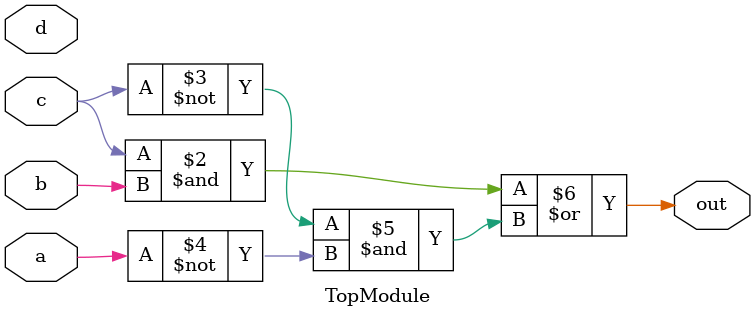
<source format=sv>
module TopModule (
    input logic a,
    input logic b,
    input logic c,
    input logic d,
    output logic out
);

    always @(*) begin
        out = (c & b) | (~c & ~a);
    end

endmodule
</source>
